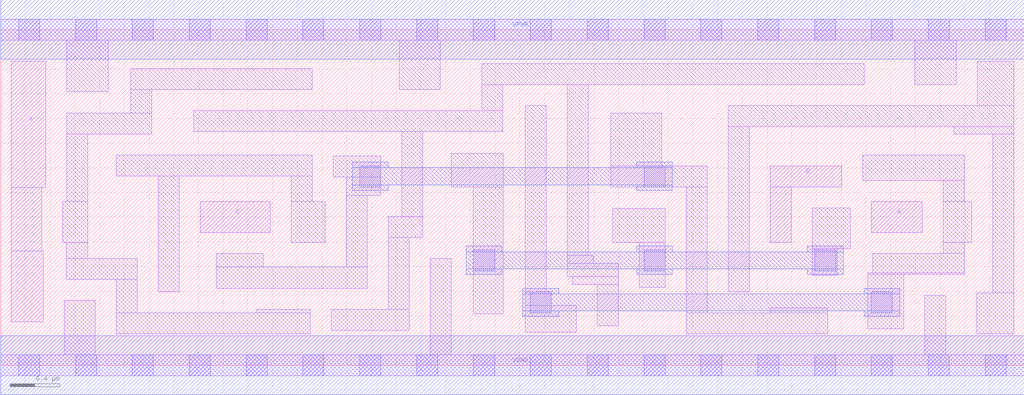
<source format=lef>
# Copyright 2020 The SkyWater PDK Authors
#
# Licensed under the Apache License, Version 2.0 (the "License");
# you may not use this file except in compliance with the License.
# You may obtain a copy of the License at
#
#     https://www.apache.org/licenses/LICENSE-2.0
#
# Unless required by applicable law or agreed to in writing, software
# distributed under the License is distributed on an "AS IS" BASIS,
# WITHOUT WARRANTIES OR CONDITIONS OF ANY KIND, either express or implied.
# See the License for the specific language governing permissions and
# limitations under the License.
#
# SPDX-License-Identifier: Apache-2.0

VERSION 5.7 ;
  NAMESCASESENSITIVE ON ;
  NOWIREEXTENSIONATPIN ON ;
  DIVIDERCHAR "/" ;
  BUSBITCHARS "[]" ;
UNITS
  DATABASE MICRONS 200 ;
END UNITS
MACRO sky130_fd_sc_hd__xnor3_1
  CLASS CORE ;
  FOREIGN sky130_fd_sc_hd__xnor3_1 ;
  ORIGIN  0.000000  0.000000 ;
  SIZE  8.280000 BY  2.720000 ;
  SYMMETRY X Y R90 ;
  SITE unithd ;
  PIN A
    ANTENNAGATEAREA  0.246000 ;
    DIRECTION INPUT ;
    USE SIGNAL ;
    PORT
      LAYER li1 ;
        RECT 7.045000 1.075000 7.455000 1.325000 ;
    END
  END A
  PIN B
    ANTENNAGATEAREA  0.661500 ;
    DIRECTION INPUT ;
    USE SIGNAL ;
    PORT
      LAYER li1 ;
        RECT 6.225000 0.995000 6.395000 1.445000 ;
        RECT 6.225000 1.445000 6.805000 1.615000 ;
    END
  END B
  PIN C
    ANTENNAGATEAREA  0.381000 ;
    DIRECTION INPUT ;
    USE SIGNAL ;
    PORT
      LAYER li1 ;
        RECT 1.615000 1.075000 2.180000 1.325000 ;
    END
  END C
  PIN X
    ANTENNADIFFAREA  0.449000 ;
    DIRECTION OUTPUT ;
    USE SIGNAL ;
    PORT
      LAYER li1 ;
        RECT 0.085000 0.350000 0.345000 0.925000 ;
        RECT 0.085000 0.925000 0.330000 1.440000 ;
        RECT 0.085000 1.440000 0.365000 2.465000 ;
    END
  END X
  PIN VGND
    DIRECTION INOUT ;
    SHAPE ABUTMENT ;
    USE GROUND ;
    PORT
      LAYER met1 ;
        RECT 0.000000 -0.240000 8.280000 0.240000 ;
    END
  END VGND
  PIN VPWR
    DIRECTION INOUT ;
    SHAPE ABUTMENT ;
    USE POWER ;
    PORT
      LAYER met1 ;
        RECT 0.000000 2.480000 8.280000 2.960000 ;
    END
  END VPWR
  OBS
    LAYER li1 ;
      RECT 0.000000 -0.085000 8.280000 0.085000 ;
      RECT 0.000000  2.635000 8.280000 2.805000 ;
      RECT 0.500000  0.995000 0.705000 1.325000 ;
      RECT 0.515000  0.085000 0.765000 0.525000 ;
      RECT 0.530000  0.695000 1.105000 0.865000 ;
      RECT 0.530000  0.865000 0.705000 0.995000 ;
      RECT 0.535000  1.325000 0.705000 1.875000 ;
      RECT 0.535000  1.875000 1.220000 2.045000 ;
      RECT 0.535000  2.215000 0.870000 2.635000 ;
      RECT 0.935000  0.255000 2.505000 0.425000 ;
      RECT 0.935000  0.425000 1.105000 0.695000 ;
      RECT 0.935000  1.535000 2.520000 1.705000 ;
      RECT 1.050000  2.045000 1.220000 2.235000 ;
      RECT 1.050000  2.235000 2.520000 2.405000 ;
      RECT 1.275000  0.595000 1.445000 1.535000 ;
      RECT 1.560000  1.895000 4.060000 2.065000 ;
      RECT 1.745000  0.625000 2.965000 0.795000 ;
      RECT 1.745000  0.795000 2.125000 0.905000 ;
      RECT 2.070000  0.425000 2.505000 0.455000 ;
      RECT 2.350000  0.995000 2.625000 1.325000 ;
      RECT 2.350000  1.325000 2.520000 1.535000 ;
      RECT 2.675000  0.285000 3.305000 0.455000 ;
      RECT 2.690000  1.525000 3.075000 1.695000 ;
      RECT 2.795000  0.795000 2.965000 1.375000 ;
      RECT 2.795000  1.375000 3.075000 1.525000 ;
      RECT 3.135000  0.455000 3.305000 1.035000 ;
      RECT 3.135000  1.035000 3.415000 1.205000 ;
      RECT 3.225000  2.235000 3.555000 2.635000 ;
      RECT 3.245000  1.205000 3.415000 1.895000 ;
      RECT 3.475000  0.085000 3.645000 0.865000 ;
      RECT 3.645000  1.445000 4.065000 1.715000 ;
      RECT 3.825000  0.415000 4.065000 1.445000 ;
      RECT 3.890000  2.065000 4.060000 2.275000 ;
      RECT 3.890000  2.275000 6.985000 2.445000 ;
      RECT 4.245000  0.265000 4.655000 0.485000 ;
      RECT 4.245000  0.485000 4.455000 0.595000 ;
      RECT 4.245000  0.595000 4.415000 2.105000 ;
      RECT 4.585000  0.720000 4.995000 0.825000 ;
      RECT 4.585000  0.825000 4.795000 0.890000 ;
      RECT 4.585000  0.890000 4.755000 2.275000 ;
      RECT 4.625000  0.655000 4.995000 0.720000 ;
      RECT 4.825000  0.320000 4.995000 0.655000 ;
      RECT 4.935000  1.445000 5.715000 1.615000 ;
      RECT 4.935000  1.615000 5.350000 2.045000 ;
      RECT 4.950000  0.995000 5.375000 1.270000 ;
      RECT 5.165000  0.630000 5.375000 0.995000 ;
      RECT 5.545000  0.255000 6.690000 0.425000 ;
      RECT 5.545000  0.425000 5.715000 1.445000 ;
      RECT 5.885000  0.595000 6.055000 1.935000 ;
      RECT 5.885000  1.935000 8.195000 2.105000 ;
      RECT 6.225000  0.425000 6.690000 0.465000 ;
      RECT 6.565000  0.730000 6.770000 0.945000 ;
      RECT 6.565000  0.945000 6.875000 1.275000 ;
      RECT 6.975000  1.495000 7.795000 1.705000 ;
      RECT 7.015000  0.295000 7.305000 0.735000 ;
      RECT 7.015000  0.735000 7.795000 0.750000 ;
      RECT 7.055000  0.750000 7.795000 0.905000 ;
      RECT 7.395000  2.275000 7.730000 2.635000 ;
      RECT 7.475000  0.085000 7.645000 0.565000 ;
      RECT 7.625000  0.905000 7.795000 0.995000 ;
      RECT 7.625000  0.995000 7.855000 1.325000 ;
      RECT 7.625000  1.325000 7.795000 1.495000 ;
      RECT 7.710000  1.875000 8.195000 1.935000 ;
      RECT 7.895000  0.255000 8.195000 0.585000 ;
      RECT 7.900000  2.105000 8.195000 2.465000 ;
      RECT 8.025000  0.585000 8.195000 1.875000 ;
    LAYER mcon ;
      RECT 0.145000 -0.085000 0.315000 0.085000 ;
      RECT 0.145000  2.635000 0.315000 2.805000 ;
      RECT 0.605000 -0.085000 0.775000 0.085000 ;
      RECT 0.605000  2.635000 0.775000 2.805000 ;
      RECT 1.065000 -0.085000 1.235000 0.085000 ;
      RECT 1.065000  2.635000 1.235000 2.805000 ;
      RECT 1.525000 -0.085000 1.695000 0.085000 ;
      RECT 1.525000  2.635000 1.695000 2.805000 ;
      RECT 1.985000 -0.085000 2.155000 0.085000 ;
      RECT 1.985000  2.635000 2.155000 2.805000 ;
      RECT 2.445000 -0.085000 2.615000 0.085000 ;
      RECT 2.445000  2.635000 2.615000 2.805000 ;
      RECT 2.905000 -0.085000 3.075000 0.085000 ;
      RECT 2.905000  1.445000 3.075000 1.615000 ;
      RECT 2.905000  2.635000 3.075000 2.805000 ;
      RECT 3.365000 -0.085000 3.535000 0.085000 ;
      RECT 3.365000  2.635000 3.535000 2.805000 ;
      RECT 3.825000 -0.085000 3.995000 0.085000 ;
      RECT 3.825000  0.765000 3.995000 0.935000 ;
      RECT 3.825000  2.635000 3.995000 2.805000 ;
      RECT 4.285000 -0.085000 4.455000 0.085000 ;
      RECT 4.285000  0.425000 4.455000 0.595000 ;
      RECT 4.285000  2.635000 4.455000 2.805000 ;
      RECT 4.745000 -0.085000 4.915000 0.085000 ;
      RECT 4.745000  2.635000 4.915000 2.805000 ;
      RECT 5.205000 -0.085000 5.375000 0.085000 ;
      RECT 5.205000  0.765000 5.375000 0.935000 ;
      RECT 5.205000  1.445000 5.375000 1.615000 ;
      RECT 5.205000  2.635000 5.375000 2.805000 ;
      RECT 5.665000 -0.085000 5.835000 0.085000 ;
      RECT 5.665000  2.635000 5.835000 2.805000 ;
      RECT 6.125000 -0.085000 6.295000 0.085000 ;
      RECT 6.125000  2.635000 6.295000 2.805000 ;
      RECT 6.585000 -0.085000 6.755000 0.085000 ;
      RECT 6.585000  0.765000 6.755000 0.935000 ;
      RECT 6.585000  2.635000 6.755000 2.805000 ;
      RECT 7.045000 -0.085000 7.215000 0.085000 ;
      RECT 7.045000  0.425000 7.215000 0.595000 ;
      RECT 7.045000  2.635000 7.215000 2.805000 ;
      RECT 7.505000 -0.085000 7.675000 0.085000 ;
      RECT 7.505000  2.635000 7.675000 2.805000 ;
      RECT 7.965000 -0.085000 8.135000 0.085000 ;
      RECT 7.965000  2.635000 8.135000 2.805000 ;
    LAYER met1 ;
      RECT 2.845000 1.415000 3.135000 1.460000 ;
      RECT 2.845000 1.460000 5.435000 1.600000 ;
      RECT 2.845000 1.600000 3.135000 1.645000 ;
      RECT 3.765000 0.735000 4.055000 0.780000 ;
      RECT 3.765000 0.780000 6.815000 0.920000 ;
      RECT 3.765000 0.920000 4.055000 0.965000 ;
      RECT 4.225000 0.395000 4.515000 0.440000 ;
      RECT 4.225000 0.440000 7.275000 0.580000 ;
      RECT 4.225000 0.580000 4.515000 0.625000 ;
      RECT 5.145000 0.735000 5.435000 0.780000 ;
      RECT 5.145000 0.920000 5.435000 0.965000 ;
      RECT 5.145000 1.415000 5.435000 1.460000 ;
      RECT 5.145000 1.600000 5.435000 1.645000 ;
      RECT 6.525000 0.735000 6.815000 0.780000 ;
      RECT 6.525000 0.920000 6.815000 0.965000 ;
      RECT 6.985000 0.395000 7.275000 0.440000 ;
      RECT 6.985000 0.580000 7.275000 0.625000 ;
  END
END sky130_fd_sc_hd__xnor3_1
END LIBRARY

</source>
